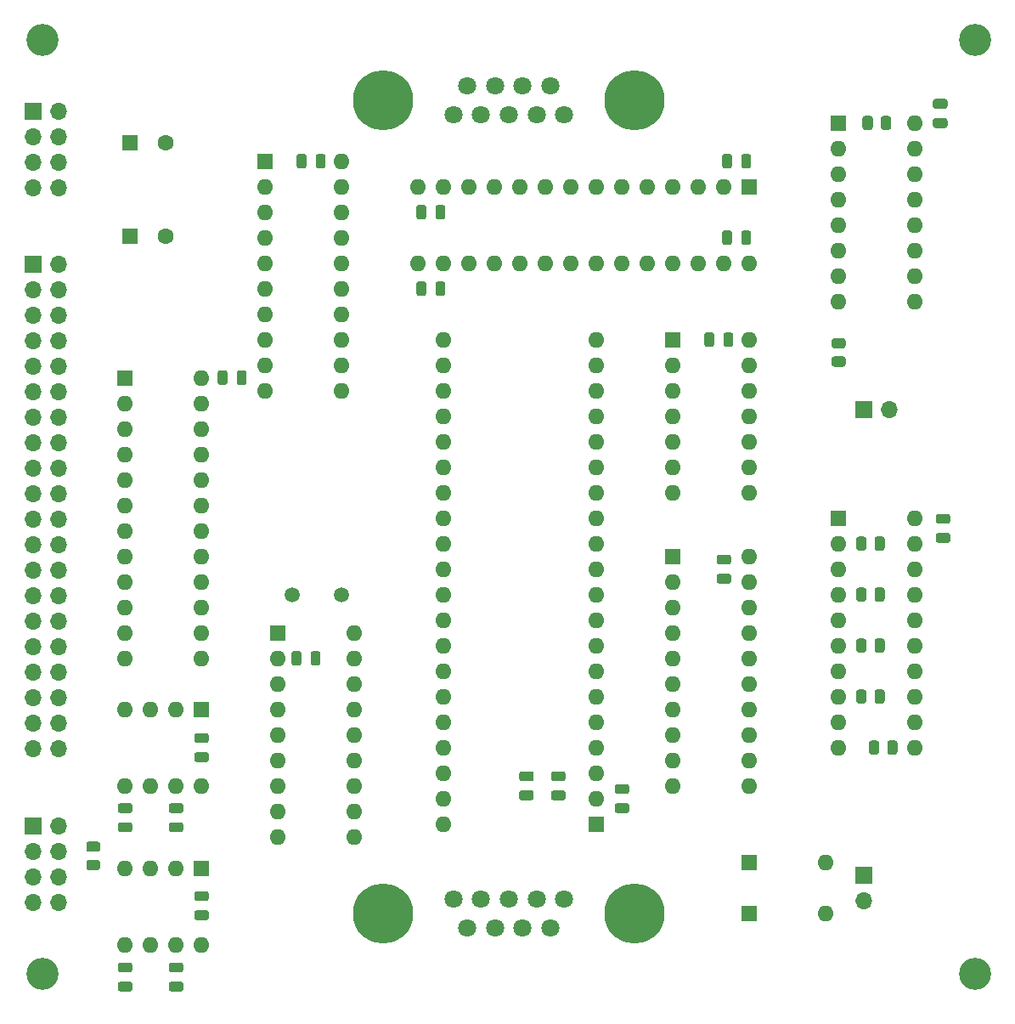
<source format=gbr>
%TF.GenerationSoftware,KiCad,Pcbnew,(5.1.9)-1*%
%TF.CreationDate,2021-11-03T00:36:12-04:00*%
%TF.ProjectId,main,6d61696e-2e6b-4696-9361-645f70636258,rev?*%
%TF.SameCoordinates,Original*%
%TF.FileFunction,Soldermask,Bot*%
%TF.FilePolarity,Negative*%
%FSLAX46Y46*%
G04 Gerber Fmt 4.6, Leading zero omitted, Abs format (unit mm)*
G04 Created by KiCad (PCBNEW (5.1.9)-1) date 2021-11-03 00:36:12*
%MOMM*%
%LPD*%
G01*
G04 APERTURE LIST*
%ADD10O,1.600000X1.600000*%
%ADD11R,1.600000X1.600000*%
%ADD12O,1.700000X1.700000*%
%ADD13R,1.700000X1.700000*%
%ADD14C,1.800000*%
%ADD15C,6.000000*%
%ADD16C,1.500000*%
%ADD17C,3.200000*%
%ADD18C,1.600000*%
G04 APERTURE END LIST*
%TO.C,J12*%
G36*
G01*
X29025001Y-104375000D02*
X28124999Y-104375000D01*
G75*
G02*
X27875000Y-104125001I0J249999D01*
G01*
X27875000Y-103599999D01*
G75*
G02*
X28124999Y-103350000I249999J0D01*
G01*
X29025001Y-103350000D01*
G75*
G02*
X29275000Y-103599999I0J-249999D01*
G01*
X29275000Y-104125001D01*
G75*
G02*
X29025001Y-104375000I-249999J0D01*
G01*
G37*
G36*
G01*
X29025001Y-106200000D02*
X28124999Y-106200000D01*
G75*
G02*
X27875000Y-105950001I0J249999D01*
G01*
X27875000Y-105424999D01*
G75*
G02*
X28124999Y-105175000I249999J0D01*
G01*
X29025001Y-105175000D01*
G75*
G02*
X29275000Y-105424999I0J-249999D01*
G01*
X29275000Y-105950001D01*
G75*
G02*
X29025001Y-106200000I-249999J0D01*
G01*
G37*
%TD*%
D10*
%TO.C,U10*%
X39370000Y-113665000D03*
X31750000Y-106045000D03*
X36830000Y-113665000D03*
X34290000Y-106045000D03*
X34290000Y-113665000D03*
X36830000Y-106045000D03*
X31750000Y-113665000D03*
D11*
X39370000Y-106045000D03*
%TD*%
D10*
%TO.C,U9*%
X39370000Y-97790000D03*
X31750000Y-90170000D03*
X36830000Y-97790000D03*
X34290000Y-90170000D03*
X34290000Y-97790000D03*
X36830000Y-90170000D03*
X31750000Y-97790000D03*
D11*
X39370000Y-90170000D03*
%TD*%
D10*
%TO.C,U4*%
X110490000Y-71120000D03*
X102870000Y-93980000D03*
X110490000Y-73660000D03*
X102870000Y-91440000D03*
X110490000Y-76200000D03*
X102870000Y-88900000D03*
X110490000Y-78740000D03*
X102870000Y-86360000D03*
X110490000Y-81280000D03*
X102870000Y-83820000D03*
X110490000Y-83820000D03*
X102870000Y-81280000D03*
X110490000Y-86360000D03*
X102870000Y-78740000D03*
X110490000Y-88900000D03*
X102870000Y-76200000D03*
X110490000Y-91440000D03*
X102870000Y-73660000D03*
X110490000Y-93980000D03*
D11*
X102870000Y-71120000D03*
%TD*%
%TO.C,R8*%
G36*
G01*
X106445000Y-74110001D02*
X106445000Y-73209999D01*
G75*
G02*
X106694999Y-72960000I249999J0D01*
G01*
X107220001Y-72960000D01*
G75*
G02*
X107470000Y-73209999I0J-249999D01*
G01*
X107470000Y-74110001D01*
G75*
G02*
X107220001Y-74360000I-249999J0D01*
G01*
X106694999Y-74360000D01*
G75*
G02*
X106445000Y-74110001I0J249999D01*
G01*
G37*
G36*
G01*
X104620000Y-74110001D02*
X104620000Y-73209999D01*
G75*
G02*
X104869999Y-72960000I249999J0D01*
G01*
X105395001Y-72960000D01*
G75*
G02*
X105645000Y-73209999I0J-249999D01*
G01*
X105645000Y-74110001D01*
G75*
G02*
X105395001Y-74360000I-249999J0D01*
G01*
X104869999Y-74360000D01*
G75*
G02*
X104620000Y-74110001I0J249999D01*
G01*
G37*
%TD*%
%TO.C,R7*%
G36*
G01*
X106445000Y-79190001D02*
X106445000Y-78289999D01*
G75*
G02*
X106694999Y-78040000I249999J0D01*
G01*
X107220001Y-78040000D01*
G75*
G02*
X107470000Y-78289999I0J-249999D01*
G01*
X107470000Y-79190001D01*
G75*
G02*
X107220001Y-79440000I-249999J0D01*
G01*
X106694999Y-79440000D01*
G75*
G02*
X106445000Y-79190001I0J249999D01*
G01*
G37*
G36*
G01*
X104620000Y-79190001D02*
X104620000Y-78289999D01*
G75*
G02*
X104869999Y-78040000I249999J0D01*
G01*
X105395001Y-78040000D01*
G75*
G02*
X105645000Y-78289999I0J-249999D01*
G01*
X105645000Y-79190001D01*
G75*
G02*
X105395001Y-79440000I-249999J0D01*
G01*
X104869999Y-79440000D01*
G75*
G02*
X104620000Y-79190001I0J249999D01*
G01*
G37*
%TD*%
%TO.C,R6*%
G36*
G01*
X106445000Y-84270001D02*
X106445000Y-83369999D01*
G75*
G02*
X106694999Y-83120000I249999J0D01*
G01*
X107220001Y-83120000D01*
G75*
G02*
X107470000Y-83369999I0J-249999D01*
G01*
X107470000Y-84270001D01*
G75*
G02*
X107220001Y-84520000I-249999J0D01*
G01*
X106694999Y-84520000D01*
G75*
G02*
X106445000Y-84270001I0J249999D01*
G01*
G37*
G36*
G01*
X104620000Y-84270001D02*
X104620000Y-83369999D01*
G75*
G02*
X104869999Y-83120000I249999J0D01*
G01*
X105395001Y-83120000D01*
G75*
G02*
X105645000Y-83369999I0J-249999D01*
G01*
X105645000Y-84270001D01*
G75*
G02*
X105395001Y-84520000I-249999J0D01*
G01*
X104869999Y-84520000D01*
G75*
G02*
X104620000Y-84270001I0J249999D01*
G01*
G37*
%TD*%
%TO.C,R5*%
G36*
G01*
X106445000Y-89350001D02*
X106445000Y-88449999D01*
G75*
G02*
X106694999Y-88200000I249999J0D01*
G01*
X107220001Y-88200000D01*
G75*
G02*
X107470000Y-88449999I0J-249999D01*
G01*
X107470000Y-89350001D01*
G75*
G02*
X107220001Y-89600000I-249999J0D01*
G01*
X106694999Y-89600000D01*
G75*
G02*
X106445000Y-89350001I0J249999D01*
G01*
G37*
G36*
G01*
X104620000Y-89350001D02*
X104620000Y-88449999D01*
G75*
G02*
X104869999Y-88200000I249999J0D01*
G01*
X105395001Y-88200000D01*
G75*
G02*
X105645000Y-88449999I0J-249999D01*
G01*
X105645000Y-89350001D01*
G75*
G02*
X105395001Y-89600000I-249999J0D01*
G01*
X104869999Y-89600000D01*
G75*
G02*
X104620000Y-89350001I0J249999D01*
G01*
G37*
%TD*%
%TO.C,R4*%
G36*
G01*
X106915000Y-93529999D02*
X106915000Y-94430001D01*
G75*
G02*
X106665001Y-94680000I-249999J0D01*
G01*
X106139999Y-94680000D01*
G75*
G02*
X105890000Y-94430001I0J249999D01*
G01*
X105890000Y-93529999D01*
G75*
G02*
X106139999Y-93280000I249999J0D01*
G01*
X106665001Y-93280000D01*
G75*
G02*
X106915000Y-93529999I0J-249999D01*
G01*
G37*
G36*
G01*
X108740000Y-93529999D02*
X108740000Y-94430001D01*
G75*
G02*
X108490001Y-94680000I-249999J0D01*
G01*
X107964999Y-94680000D01*
G75*
G02*
X107715000Y-94430001I0J249999D01*
G01*
X107715000Y-93529999D01*
G75*
G02*
X107964999Y-93280000I249999J0D01*
G01*
X108490001Y-93280000D01*
G75*
G02*
X108740000Y-93529999I0J-249999D01*
G01*
G37*
%TD*%
D12*
%TO.C,JP2*%
X105410000Y-109220000D03*
D13*
X105410000Y-106680000D03*
%TD*%
D14*
%TO.C,J2*%
X68615000Y-111920000D03*
X75540000Y-109080000D03*
X74155000Y-111920000D03*
X67230000Y-109080000D03*
X72770000Y-109080000D03*
X64460000Y-109080000D03*
X71385000Y-111920000D03*
X65845000Y-111920000D03*
X70000000Y-109080000D03*
D15*
X57505000Y-110500000D03*
X82495000Y-110500000D03*
%TD*%
D10*
%TO.C,D2*%
X101600000Y-105410000D03*
D11*
X93980000Y-105410000D03*
%TD*%
D10*
%TO.C,D1*%
X101600000Y-110490000D03*
D11*
X93980000Y-110490000D03*
%TD*%
%TO.C,C13*%
G36*
G01*
X36355000Y-117290000D02*
X37305000Y-117290000D01*
G75*
G02*
X37555000Y-117540000I0J-250000D01*
G01*
X37555000Y-118040000D01*
G75*
G02*
X37305000Y-118290000I-250000J0D01*
G01*
X36355000Y-118290000D01*
G75*
G02*
X36105000Y-118040000I0J250000D01*
G01*
X36105000Y-117540000D01*
G75*
G02*
X36355000Y-117290000I250000J0D01*
G01*
G37*
G36*
G01*
X36355000Y-115390000D02*
X37305000Y-115390000D01*
G75*
G02*
X37555000Y-115640000I0J-250000D01*
G01*
X37555000Y-116140000D01*
G75*
G02*
X37305000Y-116390000I-250000J0D01*
G01*
X36355000Y-116390000D01*
G75*
G02*
X36105000Y-116140000I0J250000D01*
G01*
X36105000Y-115640000D01*
G75*
G02*
X36355000Y-115390000I250000J0D01*
G01*
G37*
%TD*%
%TO.C,C12*%
G36*
G01*
X31275000Y-117290000D02*
X32225000Y-117290000D01*
G75*
G02*
X32475000Y-117540000I0J-250000D01*
G01*
X32475000Y-118040000D01*
G75*
G02*
X32225000Y-118290000I-250000J0D01*
G01*
X31275000Y-118290000D01*
G75*
G02*
X31025000Y-118040000I0J250000D01*
G01*
X31025000Y-117540000D01*
G75*
G02*
X31275000Y-117290000I250000J0D01*
G01*
G37*
G36*
G01*
X31275000Y-115390000D02*
X32225000Y-115390000D01*
G75*
G02*
X32475000Y-115640000I0J-250000D01*
G01*
X32475000Y-116140000D01*
G75*
G02*
X32225000Y-116390000I-250000J0D01*
G01*
X31275000Y-116390000D01*
G75*
G02*
X31025000Y-116140000I0J250000D01*
G01*
X31025000Y-115640000D01*
G75*
G02*
X31275000Y-115390000I250000J0D01*
G01*
G37*
%TD*%
%TO.C,C11*%
G36*
G01*
X36355000Y-101415000D02*
X37305000Y-101415000D01*
G75*
G02*
X37555000Y-101665000I0J-250000D01*
G01*
X37555000Y-102165000D01*
G75*
G02*
X37305000Y-102415000I-250000J0D01*
G01*
X36355000Y-102415000D01*
G75*
G02*
X36105000Y-102165000I0J250000D01*
G01*
X36105000Y-101665000D01*
G75*
G02*
X36355000Y-101415000I250000J0D01*
G01*
G37*
G36*
G01*
X36355000Y-99515000D02*
X37305000Y-99515000D01*
G75*
G02*
X37555000Y-99765000I0J-250000D01*
G01*
X37555000Y-100265000D01*
G75*
G02*
X37305000Y-100515000I-250000J0D01*
G01*
X36355000Y-100515000D01*
G75*
G02*
X36105000Y-100265000I0J250000D01*
G01*
X36105000Y-99765000D01*
G75*
G02*
X36355000Y-99515000I250000J0D01*
G01*
G37*
%TD*%
%TO.C,C10*%
G36*
G01*
X31275000Y-101415000D02*
X32225000Y-101415000D01*
G75*
G02*
X32475000Y-101665000I0J-250000D01*
G01*
X32475000Y-102165000D01*
G75*
G02*
X32225000Y-102415000I-250000J0D01*
G01*
X31275000Y-102415000D01*
G75*
G02*
X31025000Y-102165000I0J250000D01*
G01*
X31025000Y-101665000D01*
G75*
G02*
X31275000Y-101415000I250000J0D01*
G01*
G37*
G36*
G01*
X31275000Y-99515000D02*
X32225000Y-99515000D01*
G75*
G02*
X32475000Y-99765000I0J-250000D01*
G01*
X32475000Y-100265000D01*
G75*
G02*
X32225000Y-100515000I-250000J0D01*
G01*
X31275000Y-100515000D01*
G75*
G02*
X31025000Y-100265000I0J250000D01*
G01*
X31025000Y-99765000D01*
G75*
G02*
X31275000Y-99515000I250000J0D01*
G01*
G37*
%TD*%
D12*
%TO.C,JP1*%
X107950000Y-60325000D03*
D13*
X105410000Y-60325000D03*
%TD*%
D10*
%TO.C,U8*%
X53340000Y-35560000D03*
X45720000Y-58420000D03*
X53340000Y-38100000D03*
X45720000Y-55880000D03*
X53340000Y-40640000D03*
X45720000Y-53340000D03*
X53340000Y-43180000D03*
X45720000Y-50800000D03*
X53340000Y-45720000D03*
X45720000Y-48260000D03*
X53340000Y-48260000D03*
X45720000Y-45720000D03*
X53340000Y-50800000D03*
X45720000Y-43180000D03*
X53340000Y-53340000D03*
X45720000Y-40640000D03*
X53340000Y-55880000D03*
X45720000Y-38100000D03*
X53340000Y-58420000D03*
D11*
X45720000Y-35560000D03*
%TD*%
D10*
%TO.C,U7*%
X110490000Y-31750000D03*
X102870000Y-49530000D03*
X110490000Y-34290000D03*
X102870000Y-46990000D03*
X110490000Y-36830000D03*
X102870000Y-44450000D03*
X110490000Y-39370000D03*
X102870000Y-41910000D03*
X110490000Y-41910000D03*
X102870000Y-39370000D03*
X110490000Y-44450000D03*
X102870000Y-36830000D03*
X110490000Y-46990000D03*
X102870000Y-34290000D03*
X110490000Y-49530000D03*
D11*
X102870000Y-31750000D03*
%TD*%
D10*
%TO.C,U6*%
X93980000Y-53340000D03*
X86360000Y-68580000D03*
X93980000Y-55880000D03*
X86360000Y-66040000D03*
X93980000Y-58420000D03*
X86360000Y-63500000D03*
X93980000Y-60960000D03*
X86360000Y-60960000D03*
X93980000Y-63500000D03*
X86360000Y-58420000D03*
X93980000Y-66040000D03*
X86360000Y-55880000D03*
X93980000Y-68580000D03*
D11*
X86360000Y-53340000D03*
%TD*%
D10*
%TO.C,U3*%
X93980000Y-74930000D03*
X86360000Y-97790000D03*
X93980000Y-77470000D03*
X86360000Y-95250000D03*
X93980000Y-80010000D03*
X86360000Y-92710000D03*
X93980000Y-82550000D03*
X86360000Y-90170000D03*
X93980000Y-85090000D03*
X86360000Y-87630000D03*
X93980000Y-87630000D03*
X86360000Y-85090000D03*
X93980000Y-90170000D03*
X86360000Y-82550000D03*
X93980000Y-92710000D03*
X86360000Y-80010000D03*
X93980000Y-95250000D03*
X86360000Y-77470000D03*
X93980000Y-97790000D03*
D11*
X86360000Y-74930000D03*
%TD*%
D14*
%TO.C,J5*%
X71385000Y-28080000D03*
X64460000Y-30920000D03*
X65845000Y-28080000D03*
X72770000Y-30920000D03*
X67230000Y-30920000D03*
X75540000Y-30920000D03*
X68615000Y-28080000D03*
X74155000Y-28080000D03*
X70000000Y-30920000D03*
D15*
X82495000Y-29500000D03*
X57505000Y-29500000D03*
%TD*%
D16*
%TO.C,Y1*%
X48440000Y-78740000D03*
X53340000Y-78740000D03*
%TD*%
D10*
%TO.C,U5*%
X93980000Y-45720000D03*
X60960000Y-38100000D03*
X91440000Y-45720000D03*
X63500000Y-38100000D03*
X88900000Y-45720000D03*
X66040000Y-38100000D03*
X86360000Y-45720000D03*
X68580000Y-38100000D03*
X83820000Y-45720000D03*
X71120000Y-38100000D03*
X81280000Y-45720000D03*
X73660000Y-38100000D03*
X78740000Y-45720000D03*
X76200000Y-38100000D03*
X76200000Y-45720000D03*
X78740000Y-38100000D03*
X73660000Y-45720000D03*
X81280000Y-38100000D03*
X71120000Y-45720000D03*
X83820000Y-38100000D03*
X68580000Y-45720000D03*
X86360000Y-38100000D03*
X66040000Y-45720000D03*
X88900000Y-38100000D03*
X63500000Y-45720000D03*
X91440000Y-38100000D03*
X60960000Y-45720000D03*
D11*
X93980000Y-38100000D03*
%TD*%
D10*
%TO.C,U2*%
X54610000Y-82550000D03*
X46990000Y-102870000D03*
X54610000Y-85090000D03*
X46990000Y-100330000D03*
X54610000Y-87630000D03*
X46990000Y-97790000D03*
X54610000Y-90170000D03*
X46990000Y-95250000D03*
X54610000Y-92710000D03*
X46990000Y-92710000D03*
X54610000Y-95250000D03*
X46990000Y-90170000D03*
X54610000Y-97790000D03*
X46990000Y-87630000D03*
X54610000Y-100330000D03*
X46990000Y-85090000D03*
X54610000Y-102870000D03*
D11*
X46990000Y-82550000D03*
%TD*%
D10*
%TO.C,U1*%
X63500000Y-101600000D03*
X78740000Y-53340000D03*
X63500000Y-99060000D03*
X78740000Y-55880000D03*
X63500000Y-96520000D03*
X78740000Y-58420000D03*
X63500000Y-93980000D03*
X78740000Y-60960000D03*
X63500000Y-91440000D03*
X78740000Y-63500000D03*
X63500000Y-88900000D03*
X78740000Y-66040000D03*
X63500000Y-86360000D03*
X78740000Y-68580000D03*
X63500000Y-83820000D03*
X78740000Y-71120000D03*
X63500000Y-81280000D03*
X78740000Y-73660000D03*
X63500000Y-78740000D03*
X78740000Y-76200000D03*
X63500000Y-76200000D03*
X78740000Y-78740000D03*
X63500000Y-73660000D03*
X78740000Y-81280000D03*
X63500000Y-71120000D03*
X78740000Y-83820000D03*
X63500000Y-68580000D03*
X78740000Y-86360000D03*
X63500000Y-66040000D03*
X78740000Y-88900000D03*
X63500000Y-63500000D03*
X78740000Y-91440000D03*
X63500000Y-60960000D03*
X78740000Y-93980000D03*
X63500000Y-58420000D03*
X78740000Y-96520000D03*
X63500000Y-55880000D03*
X78740000Y-99060000D03*
X63500000Y-53340000D03*
D11*
X78740000Y-101600000D03*
%TD*%
%TO.C,R3*%
G36*
G01*
X107080000Y-32200001D02*
X107080000Y-31299999D01*
G75*
G02*
X107329999Y-31050000I249999J0D01*
G01*
X107855001Y-31050000D01*
G75*
G02*
X108105000Y-31299999I0J-249999D01*
G01*
X108105000Y-32200001D01*
G75*
G02*
X107855001Y-32450000I-249999J0D01*
G01*
X107329999Y-32450000D01*
G75*
G02*
X107080000Y-32200001I0J249999D01*
G01*
G37*
G36*
G01*
X105255000Y-32200001D02*
X105255000Y-31299999D01*
G75*
G02*
X105504999Y-31050000I249999J0D01*
G01*
X106030001Y-31050000D01*
G75*
G02*
X106280000Y-31299999I0J-249999D01*
G01*
X106280000Y-32200001D01*
G75*
G02*
X106030001Y-32450000I-249999J0D01*
G01*
X105504999Y-32450000D01*
G75*
G02*
X105255000Y-32200001I0J249999D01*
G01*
G37*
%TD*%
%TO.C,R2*%
G36*
G01*
X102419999Y-55010000D02*
X103320001Y-55010000D01*
G75*
G02*
X103570000Y-55259999I0J-249999D01*
G01*
X103570000Y-55785001D01*
G75*
G02*
X103320001Y-56035000I-249999J0D01*
G01*
X102419999Y-56035000D01*
G75*
G02*
X102170000Y-55785001I0J249999D01*
G01*
X102170000Y-55259999D01*
G75*
G02*
X102419999Y-55010000I249999J0D01*
G01*
G37*
G36*
G01*
X102419999Y-53185000D02*
X103320001Y-53185000D01*
G75*
G02*
X103570000Y-53434999I0J-249999D01*
G01*
X103570000Y-53960001D01*
G75*
G02*
X103320001Y-54210000I-249999J0D01*
G01*
X102419999Y-54210000D01*
G75*
G02*
X102170000Y-53960001I0J249999D01*
G01*
X102170000Y-53434999D01*
G75*
G02*
X102419999Y-53185000I249999J0D01*
G01*
G37*
%TD*%
%TO.C,C9*%
G36*
G01*
X62680000Y-48735000D02*
X62680000Y-47785000D01*
G75*
G02*
X62930000Y-47535000I250000J0D01*
G01*
X63430000Y-47535000D01*
G75*
G02*
X63680000Y-47785000I0J-250000D01*
G01*
X63680000Y-48735000D01*
G75*
G02*
X63430000Y-48985000I-250000J0D01*
G01*
X62930000Y-48985000D01*
G75*
G02*
X62680000Y-48735000I0J250000D01*
G01*
G37*
G36*
G01*
X60780000Y-48735000D02*
X60780000Y-47785000D01*
G75*
G02*
X61030000Y-47535000I250000J0D01*
G01*
X61530000Y-47535000D01*
G75*
G02*
X61780000Y-47785000I0J-250000D01*
G01*
X61780000Y-48735000D01*
G75*
G02*
X61530000Y-48985000I-250000J0D01*
G01*
X61030000Y-48985000D01*
G75*
G02*
X60780000Y-48735000I0J250000D01*
G01*
G37*
%TD*%
%TO.C,C8*%
G36*
G01*
X62680000Y-41115000D02*
X62680000Y-40165000D01*
G75*
G02*
X62930000Y-39915000I250000J0D01*
G01*
X63430000Y-39915000D01*
G75*
G02*
X63680000Y-40165000I0J-250000D01*
G01*
X63680000Y-41115000D01*
G75*
G02*
X63430000Y-41365000I-250000J0D01*
G01*
X62930000Y-41365000D01*
G75*
G02*
X62680000Y-41115000I0J250000D01*
G01*
G37*
G36*
G01*
X60780000Y-41115000D02*
X60780000Y-40165000D01*
G75*
G02*
X61030000Y-39915000I250000J0D01*
G01*
X61530000Y-39915000D01*
G75*
G02*
X61780000Y-40165000I0J-250000D01*
G01*
X61780000Y-41115000D01*
G75*
G02*
X61530000Y-41365000I-250000J0D01*
G01*
X61030000Y-41365000D01*
G75*
G02*
X60780000Y-41115000I0J250000D01*
G01*
G37*
%TD*%
%TO.C,C7*%
G36*
G01*
X42864300Y-57596900D02*
X42864300Y-56646900D01*
G75*
G02*
X43114300Y-56396900I250000J0D01*
G01*
X43614300Y-56396900D01*
G75*
G02*
X43864300Y-56646900I0J-250000D01*
G01*
X43864300Y-57596900D01*
G75*
G02*
X43614300Y-57846900I-250000J0D01*
G01*
X43114300Y-57846900D01*
G75*
G02*
X42864300Y-57596900I0J250000D01*
G01*
G37*
G36*
G01*
X40964300Y-57596900D02*
X40964300Y-56646900D01*
G75*
G02*
X41214300Y-56396900I250000J0D01*
G01*
X41714300Y-56396900D01*
G75*
G02*
X41964300Y-56646900I0J-250000D01*
G01*
X41964300Y-57596900D01*
G75*
G02*
X41714300Y-57846900I-250000J0D01*
G01*
X41214300Y-57846900D01*
G75*
G02*
X40964300Y-57596900I0J250000D01*
G01*
G37*
%TD*%
%TO.C,C6*%
G36*
G01*
X92260000Y-42705000D02*
X92260000Y-43655000D01*
G75*
G02*
X92010000Y-43905000I-250000J0D01*
G01*
X91510000Y-43905000D01*
G75*
G02*
X91260000Y-43655000I0J250000D01*
G01*
X91260000Y-42705000D01*
G75*
G02*
X91510000Y-42455000I250000J0D01*
G01*
X92010000Y-42455000D01*
G75*
G02*
X92260000Y-42705000I0J-250000D01*
G01*
G37*
G36*
G01*
X94160000Y-42705000D02*
X94160000Y-43655000D01*
G75*
G02*
X93910000Y-43905000I-250000J0D01*
G01*
X93410000Y-43905000D01*
G75*
G02*
X93160000Y-43655000I0J250000D01*
G01*
X93160000Y-42705000D01*
G75*
G02*
X93410000Y-42455000I250000J0D01*
G01*
X93910000Y-42455000D01*
G75*
G02*
X94160000Y-42705000I0J-250000D01*
G01*
G37*
%TD*%
%TO.C,C5*%
G36*
G01*
X92260000Y-35085000D02*
X92260000Y-36035000D01*
G75*
G02*
X92010000Y-36285000I-250000J0D01*
G01*
X91510000Y-36285000D01*
G75*
G02*
X91260000Y-36035000I0J250000D01*
G01*
X91260000Y-35085000D01*
G75*
G02*
X91510000Y-34835000I250000J0D01*
G01*
X92010000Y-34835000D01*
G75*
G02*
X92260000Y-35085000I0J-250000D01*
G01*
G37*
G36*
G01*
X94160000Y-35085000D02*
X94160000Y-36035000D01*
G75*
G02*
X93910000Y-36285000I-250000J0D01*
G01*
X93410000Y-36285000D01*
G75*
G02*
X93160000Y-36035000I0J250000D01*
G01*
X93160000Y-35085000D01*
G75*
G02*
X93410000Y-34835000I250000J0D01*
G01*
X93910000Y-34835000D01*
G75*
G02*
X94160000Y-35085000I0J-250000D01*
G01*
G37*
%TD*%
%TO.C,C32*%
G36*
G01*
X75405000Y-97340000D02*
X74455000Y-97340000D01*
G75*
G02*
X74205000Y-97090000I0J250000D01*
G01*
X74205000Y-96590000D01*
G75*
G02*
X74455000Y-96340000I250000J0D01*
G01*
X75405000Y-96340000D01*
G75*
G02*
X75655000Y-96590000I0J-250000D01*
G01*
X75655000Y-97090000D01*
G75*
G02*
X75405000Y-97340000I-250000J0D01*
G01*
G37*
G36*
G01*
X75405000Y-99240000D02*
X74455000Y-99240000D01*
G75*
G02*
X74205000Y-98990000I0J250000D01*
G01*
X74205000Y-98490000D01*
G75*
G02*
X74455000Y-98240000I250000J0D01*
G01*
X75405000Y-98240000D01*
G75*
G02*
X75655000Y-98490000I0J-250000D01*
G01*
X75655000Y-98990000D01*
G75*
G02*
X75405000Y-99240000I-250000J0D01*
G01*
G37*
%TD*%
%TO.C,C30*%
G36*
G01*
X72230000Y-97340000D02*
X71280000Y-97340000D01*
G75*
G02*
X71030000Y-97090000I0J250000D01*
G01*
X71030000Y-96590000D01*
G75*
G02*
X71280000Y-96340000I250000J0D01*
G01*
X72230000Y-96340000D01*
G75*
G02*
X72480000Y-96590000I0J-250000D01*
G01*
X72480000Y-97090000D01*
G75*
G02*
X72230000Y-97340000I-250000J0D01*
G01*
G37*
G36*
G01*
X72230000Y-99240000D02*
X71280000Y-99240000D01*
G75*
G02*
X71030000Y-98990000I0J250000D01*
G01*
X71030000Y-98490000D01*
G75*
G02*
X71280000Y-98240000I250000J0D01*
G01*
X72230000Y-98240000D01*
G75*
G02*
X72480000Y-98490000I0J-250000D01*
G01*
X72480000Y-98990000D01*
G75*
G02*
X72230000Y-99240000I-250000J0D01*
G01*
G37*
%TD*%
%TO.C,C3*%
G36*
G01*
X49842000Y-35085000D02*
X49842000Y-36035000D01*
G75*
G02*
X49592000Y-36285000I-250000J0D01*
G01*
X49092000Y-36285000D01*
G75*
G02*
X48842000Y-36035000I0J250000D01*
G01*
X48842000Y-35085000D01*
G75*
G02*
X49092000Y-34835000I250000J0D01*
G01*
X49592000Y-34835000D01*
G75*
G02*
X49842000Y-35085000I0J-250000D01*
G01*
G37*
G36*
G01*
X51742000Y-35085000D02*
X51742000Y-36035000D01*
G75*
G02*
X51492000Y-36285000I-250000J0D01*
G01*
X50992000Y-36285000D01*
G75*
G02*
X50742000Y-36035000I0J250000D01*
G01*
X50742000Y-35085000D01*
G75*
G02*
X50992000Y-34835000I250000J0D01*
G01*
X51492000Y-34835000D01*
G75*
G02*
X51742000Y-35085000I0J-250000D01*
G01*
G37*
%TD*%
%TO.C,C2*%
G36*
G01*
X113474800Y-30352300D02*
X112524800Y-30352300D01*
G75*
G02*
X112274800Y-30102300I0J250000D01*
G01*
X112274800Y-29602300D01*
G75*
G02*
X112524800Y-29352300I250000J0D01*
G01*
X113474800Y-29352300D01*
G75*
G02*
X113724800Y-29602300I0J-250000D01*
G01*
X113724800Y-30102300D01*
G75*
G02*
X113474800Y-30352300I-250000J0D01*
G01*
G37*
G36*
G01*
X113474800Y-32252300D02*
X112524800Y-32252300D01*
G75*
G02*
X112274800Y-32002300I0J250000D01*
G01*
X112274800Y-31502300D01*
G75*
G02*
X112524800Y-31252300I250000J0D01*
G01*
X113474800Y-31252300D01*
G75*
G02*
X113724800Y-31502300I0J-250000D01*
G01*
X113724800Y-32002300D01*
G75*
G02*
X113474800Y-32252300I-250000J0D01*
G01*
G37*
%TD*%
%TO.C,C29*%
G36*
G01*
X81755000Y-98610000D02*
X80805000Y-98610000D01*
G75*
G02*
X80555000Y-98360000I0J250000D01*
G01*
X80555000Y-97860000D01*
G75*
G02*
X80805000Y-97610000I250000J0D01*
G01*
X81755000Y-97610000D01*
G75*
G02*
X82005000Y-97860000I0J-250000D01*
G01*
X82005000Y-98360000D01*
G75*
G02*
X81755000Y-98610000I-250000J0D01*
G01*
G37*
G36*
G01*
X81755000Y-100510000D02*
X80805000Y-100510000D01*
G75*
G02*
X80555000Y-100260000I0J250000D01*
G01*
X80555000Y-99760000D01*
G75*
G02*
X80805000Y-99510000I250000J0D01*
G01*
X81755000Y-99510000D01*
G75*
G02*
X82005000Y-99760000I0J-250000D01*
G01*
X82005000Y-100260000D01*
G75*
G02*
X81755000Y-100510000I-250000J0D01*
G01*
G37*
%TD*%
%TO.C,C22*%
G36*
G01*
X112809000Y-72586000D02*
X113759000Y-72586000D01*
G75*
G02*
X114009000Y-72836000I0J-250000D01*
G01*
X114009000Y-73336000D01*
G75*
G02*
X113759000Y-73586000I-250000J0D01*
G01*
X112809000Y-73586000D01*
G75*
G02*
X112559000Y-73336000I0J250000D01*
G01*
X112559000Y-72836000D01*
G75*
G02*
X112809000Y-72586000I250000J0D01*
G01*
G37*
G36*
G01*
X112809000Y-70686000D02*
X113759000Y-70686000D01*
G75*
G02*
X114009000Y-70936000I0J-250000D01*
G01*
X114009000Y-71436000D01*
G75*
G02*
X113759000Y-71686000I-250000J0D01*
G01*
X112809000Y-71686000D01*
G75*
G02*
X112559000Y-71436000I0J250000D01*
G01*
X112559000Y-70936000D01*
G75*
G02*
X112809000Y-70686000I250000J0D01*
G01*
G37*
%TD*%
%TO.C,C21*%
G36*
G01*
X50234000Y-85565000D02*
X50234000Y-84615000D01*
G75*
G02*
X50484000Y-84365000I250000J0D01*
G01*
X50984000Y-84365000D01*
G75*
G02*
X51234000Y-84615000I0J-250000D01*
G01*
X51234000Y-85565000D01*
G75*
G02*
X50984000Y-85815000I-250000J0D01*
G01*
X50484000Y-85815000D01*
G75*
G02*
X50234000Y-85565000I0J250000D01*
G01*
G37*
G36*
G01*
X48334000Y-85565000D02*
X48334000Y-84615000D01*
G75*
G02*
X48584000Y-84365000I250000J0D01*
G01*
X49084000Y-84365000D01*
G75*
G02*
X49334000Y-84615000I0J-250000D01*
G01*
X49334000Y-85565000D01*
G75*
G02*
X49084000Y-85815000I-250000J0D01*
G01*
X48584000Y-85815000D01*
G75*
G02*
X48334000Y-85565000I0J250000D01*
G01*
G37*
%TD*%
%TO.C,C19*%
G36*
G01*
X90482000Y-52865000D02*
X90482000Y-53815000D01*
G75*
G02*
X90232000Y-54065000I-250000J0D01*
G01*
X89732000Y-54065000D01*
G75*
G02*
X89482000Y-53815000I0J250000D01*
G01*
X89482000Y-52865000D01*
G75*
G02*
X89732000Y-52615000I250000J0D01*
G01*
X90232000Y-52615000D01*
G75*
G02*
X90482000Y-52865000I0J-250000D01*
G01*
G37*
G36*
G01*
X92382000Y-52865000D02*
X92382000Y-53815000D01*
G75*
G02*
X92132000Y-54065000I-250000J0D01*
G01*
X91632000Y-54065000D01*
G75*
G02*
X91382000Y-53815000I0J250000D01*
G01*
X91382000Y-52865000D01*
G75*
G02*
X91632000Y-52615000I250000J0D01*
G01*
X92132000Y-52615000D01*
G75*
G02*
X92382000Y-52865000I0J-250000D01*
G01*
G37*
%TD*%
%TO.C,C18*%
G36*
G01*
X39845000Y-109278000D02*
X38895000Y-109278000D01*
G75*
G02*
X38645000Y-109028000I0J250000D01*
G01*
X38645000Y-108528000D01*
G75*
G02*
X38895000Y-108278000I250000J0D01*
G01*
X39845000Y-108278000D01*
G75*
G02*
X40095000Y-108528000I0J-250000D01*
G01*
X40095000Y-109028000D01*
G75*
G02*
X39845000Y-109278000I-250000J0D01*
G01*
G37*
G36*
G01*
X39845000Y-111178000D02*
X38895000Y-111178000D01*
G75*
G02*
X38645000Y-110928000I0J250000D01*
G01*
X38645000Y-110428000D01*
G75*
G02*
X38895000Y-110178000I250000J0D01*
G01*
X39845000Y-110178000D01*
G75*
G02*
X40095000Y-110428000I0J-250000D01*
G01*
X40095000Y-110928000D01*
G75*
G02*
X39845000Y-111178000I-250000J0D01*
G01*
G37*
%TD*%
%TO.C,C17*%
G36*
G01*
X90965000Y-76650000D02*
X91915000Y-76650000D01*
G75*
G02*
X92165000Y-76900000I0J-250000D01*
G01*
X92165000Y-77400000D01*
G75*
G02*
X91915000Y-77650000I-250000J0D01*
G01*
X90965000Y-77650000D01*
G75*
G02*
X90715000Y-77400000I0J250000D01*
G01*
X90715000Y-76900000D01*
G75*
G02*
X90965000Y-76650000I250000J0D01*
G01*
G37*
G36*
G01*
X90965000Y-74750000D02*
X91915000Y-74750000D01*
G75*
G02*
X92165000Y-75000000I0J-250000D01*
G01*
X92165000Y-75500000D01*
G75*
G02*
X91915000Y-75750000I-250000J0D01*
G01*
X90965000Y-75750000D01*
G75*
G02*
X90715000Y-75500000I0J250000D01*
G01*
X90715000Y-75000000D01*
G75*
G02*
X90965000Y-74750000I250000J0D01*
G01*
G37*
%TD*%
%TO.C,C16*%
G36*
G01*
X39845000Y-93530000D02*
X38895000Y-93530000D01*
G75*
G02*
X38645000Y-93280000I0J250000D01*
G01*
X38645000Y-92780000D01*
G75*
G02*
X38895000Y-92530000I250000J0D01*
G01*
X39845000Y-92530000D01*
G75*
G02*
X40095000Y-92780000I0J-250000D01*
G01*
X40095000Y-93280000D01*
G75*
G02*
X39845000Y-93530000I-250000J0D01*
G01*
G37*
G36*
G01*
X39845000Y-95430000D02*
X38895000Y-95430000D01*
G75*
G02*
X38645000Y-95180000I0J250000D01*
G01*
X38645000Y-94680000D01*
G75*
G02*
X38895000Y-94430000I250000J0D01*
G01*
X39845000Y-94430000D01*
G75*
G02*
X40095000Y-94680000I0J-250000D01*
G01*
X40095000Y-95180000D01*
G75*
G02*
X39845000Y-95430000I-250000J0D01*
G01*
G37*
%TD*%
D10*
%TO.C,U22*%
X39370000Y-57150000D03*
X31750000Y-85090000D03*
X39370000Y-59690000D03*
X31750000Y-82550000D03*
X39370000Y-62230000D03*
X31750000Y-80010000D03*
X39370000Y-64770000D03*
X31750000Y-77470000D03*
X39370000Y-67310000D03*
X31750000Y-74930000D03*
X39370000Y-69850000D03*
X31750000Y-72390000D03*
X39370000Y-72390000D03*
X31750000Y-69850000D03*
X39370000Y-74930000D03*
X31750000Y-67310000D03*
X39370000Y-77470000D03*
X31750000Y-64770000D03*
X39370000Y-80010000D03*
X31750000Y-62230000D03*
X39370000Y-82550000D03*
X31750000Y-59690000D03*
X39370000Y-85090000D03*
D11*
X31750000Y-57150000D03*
%TD*%
D17*
%TO.C,M4*%
X23500000Y-116500000D03*
%TD*%
%TO.C,M3*%
X23500000Y-23500000D03*
%TD*%
%TO.C,M2*%
X116500000Y-116500000D03*
%TD*%
%TO.C,M1*%
X116500000Y-23500000D03*
%TD*%
D18*
%TO.C,C1*%
X35770000Y-43015000D03*
D11*
X32270000Y-43015000D03*
%TD*%
D18*
%TO.C,C4*%
X35770000Y-33715000D03*
D11*
X32270000Y-33715000D03*
%TD*%
D13*
%TO.C,J4*%
X22540000Y-30600000D03*
D12*
X25080000Y-30600000D03*
X22540000Y-33140000D03*
X25080000Y-33140000D03*
X22540000Y-35680000D03*
X25080000Y-35680000D03*
X22540000Y-38220000D03*
X25080000Y-38220000D03*
%TD*%
%TO.C,J1*%
X25080000Y-109400000D03*
X22540000Y-109400000D03*
X25080000Y-106860000D03*
X22540000Y-106860000D03*
X25080000Y-104320000D03*
X22540000Y-104320000D03*
X25080000Y-101780000D03*
D13*
X22540000Y-101780000D03*
%TD*%
D12*
%TO.C,J3*%
X25080000Y-94130000D03*
X22540000Y-94130000D03*
X25080000Y-91590000D03*
X22540000Y-91590000D03*
X25080000Y-89050000D03*
X22540000Y-89050000D03*
X25080000Y-86510000D03*
X22540000Y-86510000D03*
X25080000Y-83970000D03*
X22540000Y-83970000D03*
X25080000Y-81430000D03*
X22540000Y-81430000D03*
X25080000Y-78890000D03*
X22540000Y-78890000D03*
X25080000Y-76350000D03*
X22540000Y-76350000D03*
X25080000Y-73810000D03*
X22540000Y-73810000D03*
X25080000Y-71270000D03*
X22540000Y-71270000D03*
X25080000Y-68730000D03*
X22540000Y-68730000D03*
X25080000Y-66190000D03*
X22540000Y-66190000D03*
X25080000Y-63650000D03*
X22540000Y-63650000D03*
X25080000Y-61110000D03*
X22540000Y-61110000D03*
X25080000Y-58570000D03*
X22540000Y-58570000D03*
X25080000Y-56030000D03*
X22540000Y-56030000D03*
X25080000Y-53490000D03*
X22540000Y-53490000D03*
X25080000Y-50950000D03*
X22540000Y-50950000D03*
X25080000Y-48410000D03*
X22540000Y-48410000D03*
X25080000Y-45870000D03*
D13*
X22540000Y-45870000D03*
%TD*%
M02*

</source>
